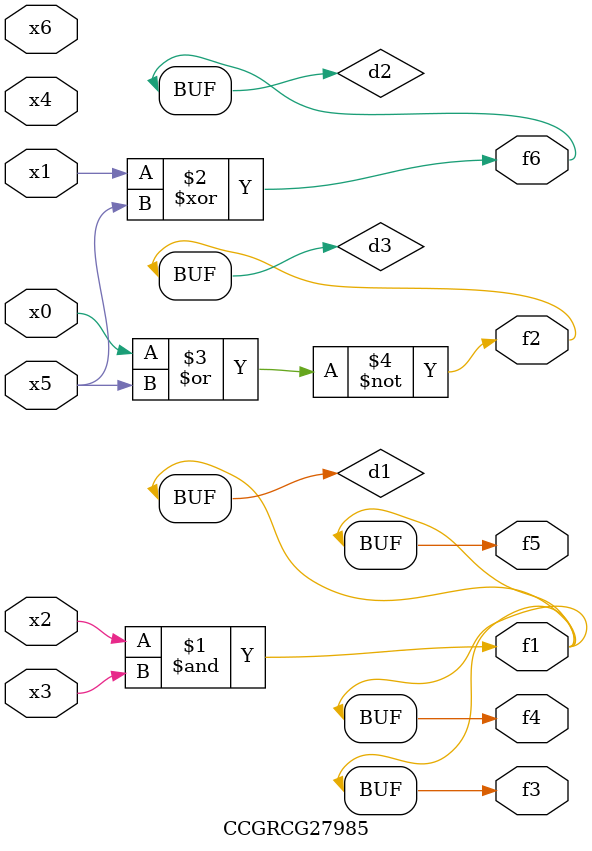
<source format=v>
module CCGRCG27985(
	input x0, x1, x2, x3, x4, x5, x6,
	output f1, f2, f3, f4, f5, f6
);

	wire d1, d2, d3;

	and (d1, x2, x3);
	xor (d2, x1, x5);
	nor (d3, x0, x5);
	assign f1 = d1;
	assign f2 = d3;
	assign f3 = d1;
	assign f4 = d1;
	assign f5 = d1;
	assign f6 = d2;
endmodule

</source>
